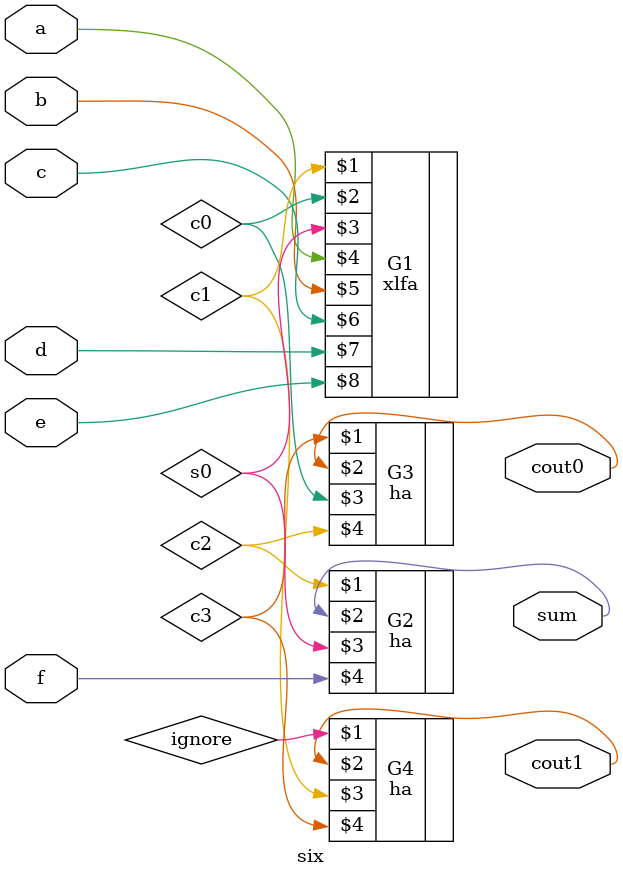
<source format=v>
module six(cout1,cout0,sum,a,b,c,d,e,f);
input a,b,c,d,e,f;
output cout1,cout0,sum;

//wire c00,c0,c1,sum,c11,cout0,unused,cout1;

xlfa G1 (c1,c0,s0,a,b,c,d,e);
ha G2 (c2,sum,s0,f);
ha G3 (c3,cout0,c0,c2);
ha G4 (ignore,cout1,c1,c3);

endmodule
</source>
